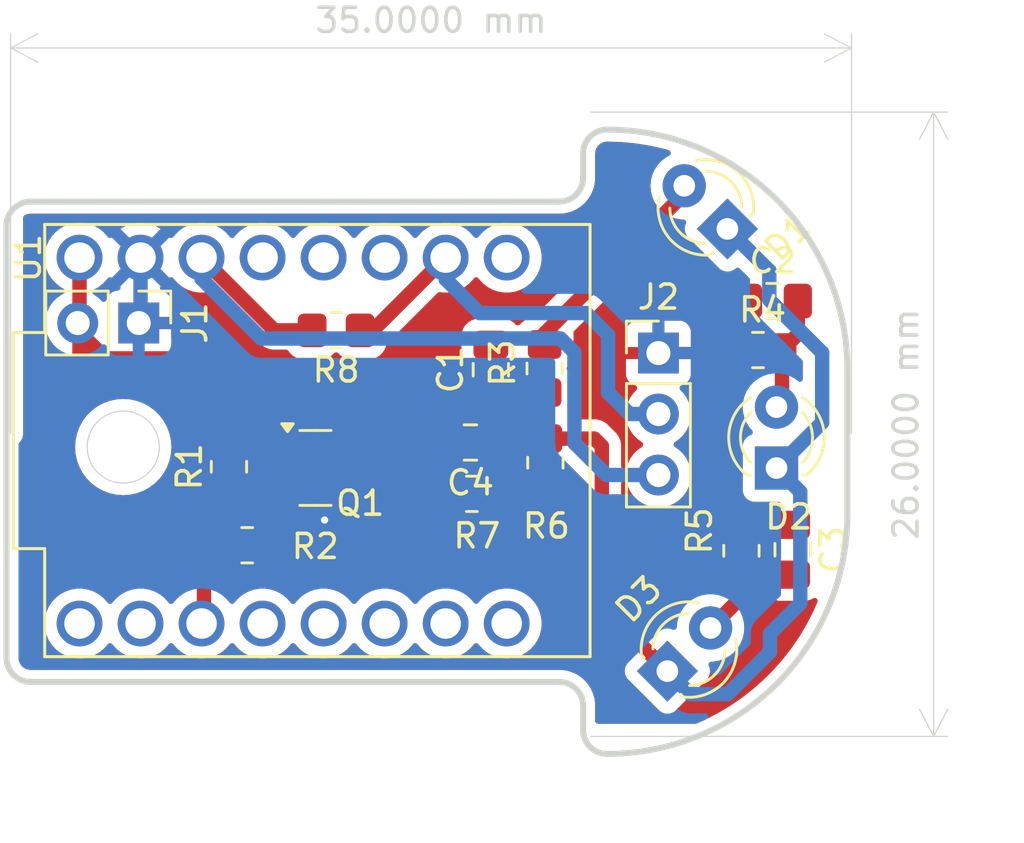
<source format=kicad_pcb>
(kicad_pcb (version 20240108) (generator "pcbnew") (generator_version "8.0")
  (layers (0 "F.Cu" signal) (31 "B.Cu" signal) (34 "B.Paste" user) (35 "F.Paste" user) (36 "B.SilkS" user "B.Silkscreen") (37 "F.SilkS" user "F.Silkscreen") (38 "B.Mask" user) (39 "F.Mask" user) (44 "Edge.Cuts" user))
  (net 0 "")
  (net 1 "Net-(D1-A)")
  (net 2 "Net-(D1-K)")
  (net 3 "Net-(D2-A)")
  (net 4 "Net-(D3-A)")
  (net 5 "5V")
  (net 6 "GND")
  (net 7 "3.3V")
  (net 8 "Net-(J2-Pin_2)")
  (net 9 "Net-(Q1-G)")
  (net 10 "/IR_OUT")
  (net 11 "Net-(C1-Pad1)")
  (net 12 "Net-(C4-Pad1)")
  (footprint "Resistor_SMD:R_0805_2012Metric_Pad1.20x1.40mm_HandSolder" (layer "F.Cu") (at 72.28 44.93 180)
    (property "Reference" "R7" (at -0.21 -1.75 180) (layer "F.SilkS"))
    (property "Value" "0")
    (fp_line (start -0.227064 0.735) (end 0.227064 0.735) (stroke (width 0.12)) (layer "F.SilkS"))
    (fp_line (start -0.227064 -0.735) (end 0.227064 -0.735) (stroke (width 0.12)) (layer "F.SilkS"))
    (pad "1" smd roundrect (at -1 0 180) (size 1.2 1.4) (layers "F.Cu" "F.Paste" "F.Mask") (roundrect_rratio 0.208333) (net 12 "Net-(C4-Pad1)"))
    (pad "2" smd roundrect (at 1 0 180) (size 1.2 1.4) (layers "F.Cu" "F.Paste" "F.Mask") (roundrect_rratio 0.208333) (net 5 "5V"))
  )
  (footprint "Connector_PinHeader_2.54mm:PinHeader_1x03_P2.54mm_Vertical" (layer "F.Cu") (at 80.045 39.065)
    (property "Reference" "J2" (at 0 -2.33 0) (layer "F.SilkS"))
    (property "Value" "DS18B20 [opt]")
    (fp_line (start -1.33 -1.33) (end 0 -1.33) (stroke (width 0.12)) (layer "F.SilkS"))
    (fp_line (start -1.33 0) (end -1.33 -1.33) (stroke (width 0.12)) (layer "F.SilkS"))
    (fp_line (start -1.33 1.27) (end -1.33 6.41) (stroke (width 0.12)) (layer "F.SilkS"))
    (fp_line (start -1.33 1.27) (end 1.33 1.27) (stroke (width 0.12)) (layer "F.SilkS"))
    (fp_line (start -1.33 6.41) (end 1.33 6.41) (stroke (width 0.12)) (layer "F.SilkS"))
    (fp_line (start 1.33 1.27) (end 1.33 6.41) (stroke (width 0.12)) (layer "F.SilkS"))
    (pad "1" thru_hole rect (at 0 0) (size 1.7 1.7) (drill 1) (layers "*.Cu" "*.Mask") (net 6 "GND"))
    (pad "2" thru_hole oval (at 0 2.54) (size 1.7 1.7) (drill 1) (layers "*.Cu" "*.Mask") (net 8 "Net-(J2-Pin_2)"))
    (pad "3" thru_hole oval (at 0 5.08) (size 1.7 1.7) (drill 1) (layers "*.Cu" "*.Mask") (net 7 "3.3V"))
  )
  (footprint "Package_TO_SOT_SMD:SOT-23" (layer "F.Cu") (at 65.77 43.85)
    (property "Reference" "Q1" (at 1.86 1.47 180) (layer "F.SilkS"))
    (property "Value" "DMN2046U")
    (fp_line (start 0 -1.56) (end -0.65 -1.56) (stroke (width 0.12)) (layer "F.SilkS"))
    (fp_line (start 0 -1.56) (end 0.65 -1.56) (stroke (width 0.12)) (layer "F.SilkS"))
    (fp_line (start 0 1.56) (end -0.65 1.56) (stroke (width 0.12)) (layer "F.SilkS"))
    (fp_line (start 0 1.56) (end 0.65 1.56) (stroke (width 0.12)) (layer "F.SilkS"))
    (fp_poly (pts (xy -1.1625 -1.51) (xy -1.4025 -1.84) (xy -0.9225 -1.84) (xy -1.1625 -1.51)) (stroke (width 0.12)) (fill solid) (layer "F.SilkS"))
    (pad "1" smd roundrect (at -0.9375 -0.95) (size 1.475 0.6) (layers "F.Cu" "F.Paste" "F.Mask") (net 9 "Net-(Q1-G)"))
    (pad "2" smd roundrect (at -0.9375 0.95) (size 1.475 0.6) (layers "F.Cu" "F.Paste" "F.Mask") (net 6 "GND"))
    (pad "3" smd roundrect (at 0.9375 0) (size 1.475 0.6) (layers "F.Cu" "F.Paste" "F.Mask") (net 2 "Net-(D1-K)"))
  )
  (footprint "LED_THT:LED_D3.0mm_IRBlack" (layer "F.Cu") (at 84.96 43.855 90)
    (property "Reference" "D2" (at -2.035 0.51 0) (layer "F.SilkS"))
    (property "Value" "HR5P-N4FA-00000")
    (fp_line (start -0.29 -1.236) (end -0.29 -1.08) (stroke (width 0.12)) (layer "F.SilkS"))
    (fp_line (start -0.29 1.08) (end -0.29 1.236) (stroke (width 0.12)) (layer "F.SilkS"))
    (fp_arc (start -0.29 -1.235516) (mid 1.366487 -1.987659) (end 2.942335 -1.078608) (stroke (width 0.12)) (layer "F.SilkS"))
    (fp_arc (start 0.229039 -1.08) (mid 1.270117 -1.5) (end 2.31113 -1.079837) (stroke (width 0.12)) (layer "F.SilkS"))
    (fp_arc (start 2.942335 1.078608) (mid 1.366487 1.987659) (end -0.29 1.235516) (stroke (width 0.12)) (layer "F.SilkS"))
    (fp_arc (start 2.31113 1.079837) (mid 1.270117 1.5) (end 0.229039 1.08) (stroke (width 0.12)) (layer "F.SilkS"))
    (pad "1" thru_hole rect (at 0 0 90) (size 1.8 1.8) (drill 0.9) (layers "*.Cu" "*.Mask") (net 2 "Net-(D1-K)"))
    (pad "2" thru_hole circle (at 2.54 0 90) (size 1.8 1.8) (drill 0.9) (layers "*.Cu" "*.Mask") (net 3 "Net-(D2-A)"))
  )
  (footprint "Resistor_SMD:R_0805_2012Metric_Pad1.20x1.40mm_HandSolder" (layer "F.Cu") (at 66.63 38.12 180)
    (property "Reference" "R8" (at 0 -1.65 180) (layer "F.SilkS"))
    (property "Value" "4.7k")
    (fp_line (start -0.227064 0.735) (end 0.227064 0.735) (stroke (width 0.12)) (layer "F.SilkS"))
    (fp_line (start -0.227064 -0.735) (end 0.227064 -0.735) (stroke (width 0.12)) (layer "F.SilkS"))
    (pad "1" smd roundrect (at -1 0 180) (size 1.2 1.4) (layers "F.Cu" "F.Paste" "F.Mask") (roundrect_rratio 0.208333) (net 8 "Net-(J2-Pin_2)"))
    (pad "2" smd roundrect (at 1 0 180) (size 1.2 1.4) (layers "F.Cu" "F.Paste" "F.Mask") (roundrect_rratio 0.208333) (net 7 "3.3V"))
  )
  (footprint "Capacitor_SMD:C_0805_2012Metric_Pad1.18x1.45mm_HandSolder" (layer "F.Cu") (at 84.81 36.9)
    (property "Reference" "C2" (at 0 -1.68 0) (layer "F.SilkS"))
    (property "Value" "100nF")
    (fp_line (start -0.261252 -0.735) (end 0.261252 -0.735) (stroke (width 0.12)) (layer "F.SilkS"))
    (fp_line (start -0.261252 0.735) (end 0.261252 0.735) (stroke (width 0.12)) (layer "F.SilkS"))
    (pad "1" smd roundrect (at -1.0375 0) (size 1.175 1.45) (layers "F.Cu" "F.Paste" "F.Mask") (roundrect_rratio 0.212766) (net 11 "Net-(C1-Pad1)"))
    (pad "2" smd roundrect (at 1.0375 0) (size 1.175 1.45) (layers "F.Cu" "F.Paste" "F.Mask") (roundrect_rratio 0.212766) (net 3 "Net-(D2-A)"))
  )
  (footprint "Resistor_SMD:R_0805_2012Metric_Pad1.20x1.40mm_HandSolder" (layer "F.Cu") (at 62.93 47.07 180)
    (property "Reference" "R2" (at -2.83 -0.05 180) (layer "F.SilkS"))
    (property "Value" "10k")
    (fp_line (start -0.227064 0.735) (end 0.227064 0.735) (stroke (width 0.12)) (layer "F.SilkS"))
    (fp_line (start -0.227064 -0.735) (end 0.227064 -0.735) (stroke (width 0.12)) (layer "F.SilkS"))
    (pad "1" smd roundrect (at -1 0 180) (size 1.2 1.4) (layers "F.Cu" "F.Paste" "F.Mask") (roundrect_rratio 0.208333) (net 6 "GND"))
    (pad "2" smd roundrect (at 1 0 180) (size 1.2 1.4) (layers "F.Cu" "F.Paste" "F.Mask") (roundrect_rratio 0.208333) (net 10 "/IR_OUT"))
  )
  (footprint "Resistor_SMD:R_0805_2012Metric_Pad1.20x1.40mm_HandSolder" (layer "F.Cu") (at 84.19 38.94 180)
    (property "Reference" "R4" (at -0.19 1.67 180) (layer "F.SilkS"))
    (property "Value" "33")
    (fp_line (start -0.227064 0.735) (end 0.227064 0.735) (stroke (width 0.12)) (layer "F.SilkS"))
    (fp_line (start -0.227064 -0.735) (end 0.227064 -0.735) (stroke (width 0.12)) (layer "F.SilkS"))
    (pad "1" smd roundrect (at -1 0 180) (size 1.2 1.4) (layers "F.Cu" "F.Paste" "F.Mask") (roundrect_rratio 0.208333) (net 3 "Net-(D2-A)"))
    (pad "2" smd roundrect (at 1 0 180) (size 1.2 1.4) (layers "F.Cu" "F.Paste" "F.Mask") (roundrect_rratio 0.208333) (net 11 "Net-(C1-Pad1)"))
  )
  (footprint "Resistor_SMD:R_0805_2012Metric_Pad1.20x1.40mm_HandSolder" (layer "F.Cu") (at 62.17 43.8 90)
    (property "Reference" "R1" (at 0 -1.65 -90) (layer "F.SilkS"))
    (property "Value" "270")
    (fp_line (start -0.227064 -0.735) (end 0.227064 -0.735) (stroke (width 0.12)) (layer "F.SilkS"))
    (fp_line (start -0.227064 0.735) (end 0.227064 0.735) (stroke (width 0.12)) (layer "F.SilkS"))
    (pad "1" smd roundrect (at -1 0 90) (size 1.2 1.4) (layers "F.Cu" "F.Paste" "F.Mask") (roundrect_rratio 0.208333) (net 10 "/IR_OUT"))
    (pad "2" smd roundrect (at 1 0 90) (size 1.2 1.4) (layers "F.Cu" "F.Paste" "F.Mask") (roundrect_rratio 0.208333) (net 9 "Net-(Q1-G)"))
  )
  (footprint "LED_THT:LED_D3.0mm_IRBlack" (layer "F.Cu") (at 82.916051 33.896051 135)
    (property "Reference" "D1" (at -2.03426 1.513209 -135) (layer "F.SilkS"))
    (property "Value" "HR5P-N4FA-00000")
    (fp_line (start -0.29 -1.236) (end -0.29 -1.08) (stroke (width 0.12)) (layer "F.SilkS"))
    (fp_line (start -0.29 1.08) (end -0.29 1.236) (stroke (width 0.12)) (layer "F.SilkS"))
    (fp_arc (start 2.942335 1.078608) (mid 1.366488 1.987659) (end -0.29 1.235516) (stroke (width 0.12)) (layer "F.SilkS"))
    (fp_arc (start 0.229039 -1.08) (mid 1.270118 -1.5) (end 2.31113 -1.079837) (stroke (width 0.12)) (layer "F.SilkS"))
    (fp_arc (start 2.31113 1.079837) (mid 1.270118 1.5) (end 0.229039 1.08) (stroke (width 0.12)) (layer "F.SilkS"))
    (fp_arc (start -0.29 -1.235516) (mid 1.366488 -1.98766) (end 2.942335 -1.078608) (stroke (width 0.12)) (layer "F.SilkS"))
    (pad "1" thru_hole rect (at 0 0 135) (size 1.8 1.8) (drill 0.9) (layers "*.Cu" "*.Mask") (net 2 "Net-(D1-K)"))
    (pad "2" thru_hole circle (at 2.54 0 135) (size 1.8 1.8) (drill 0.9) (layers "*.Cu" "*.Mask") (net 1 "Net-(D1-A)"))
  )
  (footprint "LR:MODULE_ESP32-C3_SUPERMINI" (layer "F.Cu") (at 65.85 42.71 90)
    (property "Reference" "U1" (at 7.6 -12.03 90) (layer "F.SilkS"))
    (property "Value" "ESP32-C3_SUPERMINI")
    (fp_line (start 4.5 -12.65) (end -4.5 -12.65) (stroke (width 0.127)) (layer "F.SilkS"))
    (fp_line (start 4.5 -12.65) (end 4.5 -11.35) (stroke (width 0.127)) (layer "F.SilkS"))
    (fp_line (start -4.5 -12.65) (end -4.5 -11.35) (stroke (width 0.127)) (layer "F.SilkS"))
    (fp_line (start 9 -11.35) (end 4.5 -11.35) (stroke (width 0.127)) (layer "F.SilkS"))
    (fp_line (start -4.5 -11.35) (end -9 -11.35) (stroke (width 0.127)) (layer "F.SilkS"))
    (fp_line (start 9 11.35) (end 9 -11.35) (stroke (width 0.127)) (layer "F.SilkS"))
    (fp_line (start 9 11.35) (end -9 11.35) (stroke (width 0.127)) (layer "F.SilkS"))
    (fp_line (start -9 11.35) (end -9 -11.35) (stroke (width 0.127)) (layer "F.SilkS"))
    (pad "0" thru_hole circle (at 7.62 7.88 90) (size 1.905 1.905) (drill 1.27) (layers "*.Cu" "*.Mask"))
    (pad "1" thru_hole circle (at 7.62 5.34 90) (size 1.905 1.905) (drill 1.27) (layers "*.Cu" "*.Mask") (net 8 "Net-(J2-Pin_2)"))
    (pad "2" thru_hole circle (at 7.62 2.8 90) (size 1.905 1.905) (drill 1.27) (layers "*.Cu" "*.Mask"))
    (pad "3" thru_hole circle (at 7.62 0.26 90) (size 1.905 1.905) (drill 1.27) (layers "*.Cu" "*.Mask"))
    (pad "3.3" thru_hole circle (at 7.62 -4.82 90) (size 1.905 1.905) (drill 1.27) (layers "*.Cu" "*.Mask") (net 7 "3.3V"))
    (pad "4" thru_hole circle (at 7.62 -2.28 90) (size 1.905 1.905) (drill 1.27) (layers "*.Cu" "*.Mask"))
    (pad "5" thru_hole circle (at -7.62 -9.9 90) (size 1.905 1.905) (drill 1.27) (layers "*.Cu" "*.Mask"))
    (pad "5V" thru_hole circle (at 7.62 -9.9 90) (size 1.905 1.905) (drill 1.27) (layers "*.Cu" "*.Mask") (net 5 "5V"))
    (pad "6" thru_hole circle (at -7.62 -7.36 90) (size 1.905 1.905) (drill 1.27) (layers "*.Cu" "*.Mask"))
    (pad "7" thru_hole circle (at -7.62 -4.82 90) (size 1.905 1.905) (drill 1.27) (layers "*.Cu" "*.Mask") (net 10 "/IR_OUT"))
    (pad "8" thru_hole circle (at -7.62 -2.28 90) (size 1.905 1.905) (drill 1.27) (layers "*.Cu" "*.Mask"))
    (pad "9" thru_hole circle (at -7.62 0.26 90) (size 1.905 1.905) (drill 1.27) (layers "*.Cu" "*.Mask"))
    (pad "10" thru_hole circle (at -7.62 2.8 90) (size 1.905 1.905) (drill 1.27) (layers "*.Cu" "*.Mask"))
    (pad "20" thru_hole circle (at -7.62 5.34 90) (size 1.905 1.905) (drill 1.27) (layers "*.Cu" "*.Mask"))
    (pad "21" thru_hole circle (at -7.62 7.88 90) (size 1.905 1.905) (drill 1.27) (layers "*.Cu" "*.Mask"))
    (pad "G" thru_hole circle (at 7.62 -7.36 90) (size 1.905 1.905) (drill 1.27) (layers "*.Cu" "*.Mask") (net 6 "GND"))
  )
  (footprint "Capacitor_SMD:C_0805_2012Metric_Pad1.18x1.45mm_HandSolder" (layer "F.Cu") (at 85.63 47.2575 -90)
    (property "Reference" "C3" (at 0 -1.68 90) (layer "F.SilkS"))
    (property "Value" "100nF")
    (fp_line (start -0.261252 0.735) (end 0.261252 0.735) (stroke (width 0.12)) (layer "F.SilkS"))
    (fp_line (start -0.261252 -0.735) (end 0.261252 -0.735) (stroke (width 0.12)) (layer "F.SilkS"))
    (pad "1" smd roundrect (at -1.0375 0 270) (size 1.175 1.45) (layers "F.Cu" "F.Paste" "F.Mask") (roundrect_rratio 0.212766) (net 11 "Net-(C1-Pad1)"))
    (pad "2" smd roundrect (at 1.0375 0 270) (size 1.175 1.45) (layers "F.Cu" "F.Paste" "F.Mask") (roundrect_rratio 0.212766) (net 4 "Net-(D3-A)"))
  )
  (footprint "Resistor_SMD:R_0805_2012Metric_Pad1.20x1.40mm_HandSolder" (layer "F.Cu") (at 83.5 47.3 90)
    (property "Reference" "R5" (at 0.83 -1.75 -90) (layer "F.SilkS"))
    (property "Value" "33")
    (fp_line (start -0.227064 -0.735) (end 0.227064 -0.735) (stroke (width 0.12)) (layer "F.SilkS"))
    (fp_line (start -0.227064 0.735) (end 0.227064 0.735) (stroke (width 0.12)) (layer "F.SilkS"))
    (pad "1" smd roundrect (at -1 0 90) (size 1.2 1.4) (layers "F.Cu" "F.Paste" "F.Mask") (roundrect_rratio 0.208333) (net 4 "Net-(D3-A)"))
    (pad "2" smd roundrect (at 1 0 90) (size 1.2 1.4) (layers "F.Cu" "F.Paste" "F.Mask") (roundrect_rratio 0.208333) (net 11 "Net-(C1-Pad1)"))
  )
  (footprint "Capacitor_SMD:C_0805_2012Metric_Pad1.18x1.45mm_HandSolder" (layer "F.Cu") (at 73.07 39.76 90)
    (property "Reference" "C1" (at 0 -1.679999 -90) (layer "F.SilkS"))
    (property "Value" "100nF")
    (fp_line (start -0.261253 -0.735) (end 0.261253 -0.735) (stroke (width 0.12)) (layer "F.SilkS"))
    (fp_line (start -0.261253 0.735) (end 0.261253 0.735) (stroke (width 0.12)) (layer "F.SilkS"))
    (pad "1" smd roundrect (at -1.0375 0 90) (size 1.175 1.45) (layers "F.Cu" "F.Paste" "F.Mask") (roundrect_rratio 0.212766) (net 11 "Net-(C1-Pad1)"))
    (pad "2" smd roundrect (at 1.0375 0 90) (size 1.175 1.45) (layers "F.Cu" "F.Paste" "F.Mask") (roundrect_rratio 0.212766) (net 1 "Net-(D1-A)"))
  )
  (footprint "Capacitor_SMD:C_0805_2012Metric_Pad1.18x1.45mm_HandSolder" (layer "F.Cu") (at 72.22 42.79 180)
    (property "Reference" "C4" (at 0 -1.68 180) (layer "F.SilkS"))
    (property "Value" "100nF")
    (fp_line (start -0.261252 0.735) (end 0.261252 0.735) (stroke (width 0.12)) (layer "F.SilkS"))
    (fp_line (start -0.261252 -0.735) (end 0.261252 -0.735) (stroke (width 0.12)) (layer "F.SilkS"))
    (pad "1" smd roundrect (at -1.0375 0 180) (size 1.175 1.45) (layers "F.Cu" "F.Paste" "F.Mask") (roundrect_rratio 0.212766) (net 12 "Net-(C4-Pad1)"))
    (pad "2" smd roundrect (at 1.0375 0 180) (size 1.175 1.45) (layers "F.Cu" "F.Paste" "F.Mask") (roundrect_rratio 0.212766) (net 11 "Net-(C1-Pad1)"))
  )
  (footprint "Resistor_SMD:R_0805_2012Metric_Pad1.20x1.40mm_HandSolder" (layer "F.Cu") (at 75.34 43.63 -90)
    (property "Reference" "R6" (at 2.64 -0.04 180) (layer "F.SilkS"))
    (property "Value" "2")
    (fp_line (start -0.227064 0.735) (end 0.227064 0.735) (stroke (width 0.12)) (layer "F.SilkS"))
    (fp_line (start -0.227064 -0.735) (end 0.227064 -0.735) (stroke (width 0.12)) (layer "F.SilkS"))
    (pad "1" smd roundrect (at -1 0 270) (size 1.2 1.4) (layers "F.Cu" "F.Paste" "F.Mask") (roundrect_rratio 0.208333) (net 11 "Net-(C1-Pad1)"))
    (pad "2" smd roundrect (at 1 0 270) (size 1.2 1.4) (layers "F.Cu" "F.Paste" "F.Mask") (roundrect_rratio 0.208333) (net 12 "Net-(C4-Pad1)"))
  )
  (footprint "Connector_PinHeader_2.54mm:PinHeader_1x02_P2.54mm_Vertical" (layer "F.Cu") (at 58.415 37.815 -90)
    (property "Reference" "J1" (at 0 -2.33 -90) (layer "F.SilkS"))
    (property "Value" "PWR")
    (fp_line (start -1.33 3.87) (end 1.33 3.87) (stroke (width 0.12)) (layer "F.SilkS"))
    (fp_line (start -1.33 1.27) (end -1.33 3.87) (stroke (width 0.12)) (layer "F.SilkS"))
    (fp_line (start -1.33 1.27) (end 1.33 1.27) (stroke (width 0.12)) (layer "F.SilkS"))
    (fp_line (start 1.33 1.27) (end 1.33 3.87) (stroke (width 0.12)) (layer "F.SilkS"))
    (fp_line (start -1.33 0) (end -1.33 -1.33) (stroke (width 0.12)) (layer "F.SilkS"))
    (fp_line (start -1.33 -1.33) (end 0 -1.33) (stroke (width 0.12)) (layer "F.SilkS"))
    (pad "1" thru_hole rect (at 0 0 270) (size 1.7 1.7) (drill 1) (layers "*.Cu" "*.Mask") (net 6 "GND"))
    (pad "2" thru_hole oval (at 0 2.54 270) (size 1.7 1.7) (drill 1) (layers "*.Cu" "*.Mask") (net 5 "5V"))
  )
  (footprint "Resistor_SMD:R_0805_2012Metric_Pad1.20x1.40mm_HandSolder" (layer "F.Cu") (at 75.31 39.71 -90)
    (property "Reference" "R3" (at -0.23 1.75 90) (layer "F.SilkS"))
    (property "Value" "33")
    (fp_line (start -0.227064 0.735) (end 0.227064 0.735) (stroke (width 0.12)) (layer "F.SilkS"))
    (fp_line (start -0.227064 -0.735) (end 0.227064 -0.735) (stroke (width 0.12)) (layer "F.SilkS"))
    (pad "1" smd roundrect (at -1 0 270) (size 1.2 1.4) (layers "F.Cu" "F.Paste" "F.Mask") (roundrect_rratio 0.208333) (net 1 "Net-(D1-A)"))
    (pad "2" smd roundrect (at 1 0 270) (size 1.2 1.4) (layers "F.Cu" "F.Paste" "F.Mask") (roundrect_rratio 0.208333) (net 11 "Net-(C1-Pad1)"))
  )
  (footprint "LED_THT:LED_D3.0mm_IRBlack" (layer "F.Cu") (at 80.418439 52.311562 45)
    (property "Reference" "D3" (at 1.270001 -2.96 45) (layer "F.SilkS"))
    (property "Value" "HR5P-N4FA-00000")
    (fp_line (start -0.29 -1.236) (end -0.290001 -1.08) (stroke (width 0.12)) (layer "F.SilkS"))
    (fp_line (start -0.29 1.08) (end -0.29 1.236) (stroke (width 0.12)) (layer "F.SilkS"))
    (fp_arc (start -0.290001 -1.235516) (mid 1.366487 -1.98766) (end 2.942335 -1.078608) (stroke (width 0.12)) (layer "F.SilkS"))
    (fp_arc (start 0.229039 -1.080001) (mid 1.270118 -1.500001) (end 2.31113 -1.079836) (stroke (width 0.12)) (layer "F.SilkS"))
    (fp_arc (start 2.31113 1.079837) (mid 1.270118 1.5) (end 0.229038 1.08) (stroke (width 0.12)) (layer "F.SilkS"))
    (fp_arc (start 2.942335 1.078608) (mid 1.366488 1.987659) (end -0.29 1.235516) (stroke (width 0.12)) (layer "F.SilkS"))
    (pad "1" thru_hole rect (at 0 0 45) (size 1.8 1.8) (drill 0.9) (layers "*.Cu" "*.Mask") (net 2 "Net-(D1-K)"))
    (pad "2" thru_hole circle (at 2.54 0 45) (size 1.8 1.8) (drill 0.9) (layers "*.Cu" "*.Mask") (net 4 "Net-(D3-A)"))
  )
  (gr_line (start 87.91 39.76) (end 87.91 45.76) (stroke (width 0.25)) (layer "Edge.Cuts"))
  (gr_line (start 75.91 32.76) (end 53.91 32.76) (stroke (width 0.25)) (layer "Edge.Cuts"))
  (gr_line (start 52.91 51.76) (end 52.91 33.76) (stroke (width 0.25)) (layer "Edge.Cuts"))
  (gr_arc (start 77.91 55.76) (mid 77.202893 55.467107) (end 76.91 54.76) (stroke (width 0.25)) (layer "Edge.Cuts"))
  (gr_arc (start 77.91 29.76) (mid 84.981068 32.688932) (end 87.91 39.76) (stroke (width 0.25)) (layer "Edge.Cuts"))
  (gr_circle (center 57.77 42.98) (end 59.27 42.98) (stroke (width 0.05)) (fill none) (layer "Edge.Cuts"))
  (gr_line (start 76.91 30.76) (end 76.91 31.76) (stroke (width 0.25)) (layer "Edge.Cuts"))
  (gr_arc (start 53.91 52.76) (mid 53.202893 52.467107) (end 52.91 51.76) (stroke (width 0.25)) (layer "Edge.Cuts"))
  (gr_arc (start 75.91 52.76) (mid 76.617107 53.052893) (end 76.91 53.76) (stroke (width 0.25)) (layer "Edge.Cuts"))
  (gr_arc (start 76.91 31.76) (mid 76.617107 32.467107) (end 75.91 32.76) (stroke (width 0.25)) (layer "Edge.Cuts"))
  (gr_line (start 76.91 54.76) (end 76.91 53.76) (stroke (width 0.25)) (layer "Edge.Cuts"))
  (gr_arc (start 52.91 33.76) (mid 53.202893 33.052893) (end 53.91 32.76) (stroke (width 0.25)) (layer "Edge.Cuts"))
  (gr_line (start 75.91 52.76) (end 53.91 52.76) (stroke (width 0.25)) (layer "Edge.Cuts"))
  (gr_arc (start 87.91 45.76) (mid 84.981068 52.831068) (end 77.91 55.76) (stroke (width 0.25)) (layer "Edge.Cuts"))
  (gr_arc (start 76.91 30.76) (mid 77.202893 30.052893) (end 77.91 29.76) (stroke (width 0.25)) (layer "Edge.Cuts"))
  (dimension (type aligned) (layer "Edge.Cuts") (pts (xy 88.08 42.91) (xy 53.08 42.91)) (height 16.55) (gr_text "35.0000 mm" (at 70.58 25.21 0) (layer "Edge.Cuts") (effects (font (size 1 1) (thickness 0.15)))) (format (prefix "") (suffix "") (units 3) (units_format 1) (precision 4)) (style (thickness 0.05) (arrow_length 1.27) (text_position_mode 0) (extension_height 0.58642) (extension_offset 0.5) keep_text_aligned))
  (dimension (type aligned) (layer "Edge.Cuts") (pts (xy 76.73 29.03) (xy 76.73 55.03)) (height -14.77) (gr_text "26.0000 mm" (at 90.35 42.03 90) (layer "Edge.Cuts") (effects (font (size 1 1) (thickness 0.15)))) (format (prefix "") (suffix "") (units 3) (units_format 1) (precision 4)) (style (thickness 0.05) (arrow_length 1.27) (text_position_mode 0) (extension_height 0.58642) (extension_offset 0.5) keep_text_aligned))
  (segment (start 81.01551 32.53551) (end 75.31 38.24102) (width 0.6) (layer "F.Cu") (net 1))
  (segment (start 75.31 38.24102) (end 75.31 38.71) (width 0.6) (layer "F.Cu") (net 1))
  (segment (start 70.95 47.94) (end 69.47 46.46) (width 0.6) (layer "F.Cu") (net 2))
  (segment (start 69.47 46.46) (end 69.47 44.62) (width 0.6) (layer "F.Cu") (net 2))
  (segment (start 80.418439 52.311562) (end 76.046877 47.94) (width 0.6) (layer "F.Cu") (net 2))
  (segment (start 69.47 44.62) (end 68.7 43.85) (width 0.6) (layer "F.Cu") (net 2))
  (segment (start 76.046877 47.94) (end 70.95 47.94) (width 0.6) (layer "F.Cu") (net 2))
  (segment (start 68.7 43.85) (end 66.7075 43.85) (width 0.6) (layer "F.Cu") (net 2))
  (segment (start 86.86 39.05) (end 84.66 36.85) (width 0.6) (layer "B.Cu") (net 2))
  (segment (start 84.69 51.51) (end 82.93 53.27) (width 0.6) (layer "B.Cu") (net 2))
  (segment (start 82.93 53.27) (end 81.376877 53.27) (width 0.6) (layer "B.Cu") (net 2))
  (segment (start 85.95 49.49) (end 84.69 50.75) (width 0.6) (layer "B.Cu") (net 2))
  (segment (start 85.95 44.845) (end 85.95 49.49) (width 0.6) (layer "B.Cu") (net 2))
  (segment (start 84.69 50.75) (end 84.69 51.51) (width 0.6) (layer "B.Cu") (net 2))
  (segment (start 84.96 43.855) (end 85.95 44.845) (width 0.6) (layer "B.Cu") (net 2))
  (segment (start 84.96 43.855) (end 86.86 41.955) (width 0.6) (layer "B.Cu") (net 2))
  (segment (start 86.86 41.955) (end 86.86 39.05) (width 0.6) (layer "B.Cu") (net 2))
  (segment (start 81.376877 53.27) (end 80.418439 52.311562) (width 0.6) (layer "B.Cu") (net 2))
  (segment (start 84.66 35.63) (end 84.65 35.63) (width 0.6) (layer "B.Cu") (net 2))
  (segment (start 84.66 36.85) (end 84.66 35.63) (width 0.6) (layer "B.Cu") (net 2))
  (segment (start 84.65 35.63) (end 82.916051 33.896051) (width 0.6) (layer "B.Cu") (net 2))
  (segment (start 85.19 41.085) (end 84.96 41.315) (width 0.6) (layer "F.Cu") (net 3))
  (segment (start 85.8475 36.9) (end 85.8475 38.2825) (width 0.6) (layer "F.Cu") (net 3))
  (segment (start 85.19 38.94) (end 85.19 41.085) (width 0.6) (layer "F.Cu") (net 3))
  (segment (start 85.8475 38.2825) (end 85.19 38.94) (width 0.6) (layer "F.Cu") (net 3))
  (segment (start 83.5 48.3) (end 83.5 49.230001) (width 0.6) (layer "F.Cu") (net 4))
  (segment (start 85.625 48.3) (end 85.63 48.295) (width 0.6) (layer "F.Cu") (net 4))
  (segment (start 82.21449 50.515511) (end 82.744489 50.515511) (width 0.6) (layer "F.Cu") (net 4))
  (segment (start 83.5 48.3) (end 85.625 48.3) (width 0.6) (layer "F.Cu") (net 4))
  (segment (start 83.5 49.230001) (end 82.21449 50.515511) (width 0.6) (layer "F.Cu") (net 4))
  (segment (start 71.052792 44.93) (end 66.752792 40.63) (width 0.6) (layer "F.Cu") (net 5))
  (segment (start 60.15 39.29) (end 56.197919 39.29) (width 0.6) (layer "F.Cu") (net 5))
  (segment (start 60.15 39.29) (end 57.04 39.29) (width 0.6) (layer "F.Cu") (net 5))
  (segment (start 55.95 39.042081) (end 55.95 37.84) (width 0.6) (layer "F.Cu") (net 5))
  (segment (start 66.752792 40.63) (end 61.49 40.63) (width 0.6) (layer "F.Cu") (net 5))
  (segment (start 56.197919 39.29) (end 55.95 39.042081) (width 0.6) (layer "F.Cu") (net 5))
  (segment (start 55.95 38.2) (end 55.95 35.09) (width 0.6) (layer "F.Cu") (net 5))
  (segment (start 61.49 40.63) (end 60.15 39.29) (width 0.6) (layer "F.Cu") (net 5))
  (segment (start 57.04 39.29) (end 55.95 38.2) (width 0.6) (layer "F.Cu") (net 5))
  (segment (start 71.28 44.93) (end 71.052792 44.93) (width 0.6) (layer "F.Cu") (net 5))
  (segment (start 71.30099 44.64) (end 71.31 44.64) (width 0.6) (layer "F.Cu") (net 5))
  (segment (start 64.52 45.1125) (end 64.8325 44.8) (width 0.6) (layer "F.Cu") (net 6))
  (segment (start 64.52 46.2) (end 64.52 45.1125) (width 0.6) (layer "F.Cu") (net 6))
  (segment (start 63.93 46.79) (end 64.52 46.2) (width 0.6) (layer "F.Cu") (net 6))
  (segment (start 64.93 44.8) (end 66.15 46.02) (width 0.6) (layer "F.Cu") (net 6))
  (segment (start 64.8325 44.8) (end 64.93 44.8) (width 0.6) (layer "F.Cu") (net 6))
  (segment (start 63.93 47.07) (end 63.93 46.79) (width 0.6) (layer "F.Cu") (net 6))
  (via (at 66.15 46.02) (size 0.5) (drill 0.3) (layers "F.Cu" "B.Cu") (net 6))
  (segment (start 58.49 37.84) (end 58.49 35.09) (width 0.6) (layer "B.Cu") (net 6))
  (segment (start 65.63 38.12) (end 64.06 38.12) (width 0.6) (layer "F.Cu") (net 7))
  (segment (start 64.06 38.12) (end 61.03 35.09) (width 0.6) (layer "F.Cu") (net 7))
  (segment (start 61.03 35.97) (end 61.03 35.09) (width 0.6) (layer "B.Cu") (net 7))
  (segment (start 80.045 44.145) (end 77.885 44.145) (width 0.6) (layer "B.Cu") (net 7))
  (segment (start 76.55 42.81) (end 76.55 39.04) (width 0.6) (layer "B.Cu") (net 7))
  (segment (start 76.55 39.04) (end 75.97 38.46) (width 0.6) (layer "B.Cu") (net 7))
  (segment (start 75.97 38.46) (end 63.52 38.46) (width 0.6) (layer "B.Cu") (net 7))
  (segment (start 63.52 38.46) (end 61.03 35.97) (width 0.6) (layer "B.Cu") (net 7))
  (segment (start 77.885 44.145) (end 76.55 42.81) (width 0.6) (layer "B.Cu") (net 7))
  (segment (start 67.63 38.12) (end 68.16 38.12) (width 0.6) (layer "F.Cu") (net 8))
  (segment (start 68.16 38.12) (end 71.19 35.09) (width 0.6) (layer "F.Cu") (net 8))
  (segment (start 77.95 38.31) (end 77.04 37.4) (width 0.6) (layer "B.Cu") (net 8))
  (segment (start 77.04 37.4) (end 72.6 37.4) (width 0.6) (layer "B.Cu") (net 8))
  (segment (start 80.045 41.605) (end 78.842919 41.605) (width 0.6) (layer "B.Cu") (net 8))
  (segment (start 71.19 35.99) (end 71.19 35.09) (width 0.6) (layer "B.Cu") (net 8))
  (segment (start 72.6 37.4) (end 71.19 35.99) (width 0.6) (layer "B.Cu") (net 8))
  (segment (start 77.95 40.712081) (end 77.95 38.31) (width 0.6) (layer "B.Cu") (net 8))
  (segment (start 78.842919 41.605) (end 77.95 40.712081) (width 0.6) (layer "B.Cu") (net 8))
  (segment (start 62.27 42.9) (end 62.17 42.8) (width 0.6) (layer "F.Cu") (net 9))
  (segment (start 64.8325 42.9) (end 62.27 42.9) (width 0.6) (layer "F.Cu") (net 9))
  (segment (start 61.13 47.87) (end 61.13 50.23) (width 0.6) (layer "F.Cu") (net 10))
  (segment (start 62.17 44.8) (end 62.17 46.83) (width 0.6) (layer "F.Cu") (net 10))
  (segment (start 61.13 50.23) (end 61.03 50.33) (width 0.6) (layer "F.Cu") (net 10))
  (segment (start 61.93 47.07) (end 61.13 47.87) (width 0.6) (layer "F.Cu") (net 10))
  (segment (start 62.17 46.83) (end 61.93 47.07) (width 0.6) (layer "F.Cu") (net 10))
  (segment (start 78.46 46.57) (end 81.68 46.57) (width 0.6) (layer "F.Cu") (net 11))
  (segment (start 81.73 46.62) (end 82.05 46.3) (width 0.6) (layer "F.Cu") (net 11))
  (segment (start 75.31 40.71) (end 75.31 42.6) (width 0.6) (layer "F.Cu") (net 11))
  (segment (start 77.69 42.94) (end 77.38 42.63) (width 0.6) (layer "F.Cu") (net 11))
  (segment (start 83.7725 36.9) (end 83.7725 38.3575) (width 0.6) (layer "F.Cu") (net 11))
  (segment (start 75.31 42.6) (end 75.34 42.63) (width 0.6) (layer "F.Cu") (net 11))
  (segment (start 83.7725 38.3575) (end 83.19 38.94) (width 0.6) (layer "F.Cu") (net 11))
  (segment (start 82.05 46.3) (end 83.5 46.3) (width 0.6) (layer "F.Cu") (net 11))
  (segment (start 83.58 46.22) (end 83.5 46.3) (width 0.6) (layer "F.Cu") (net 11))
  (segment (start 85.63 46.22) (end 83.58 46.22) (width 0.6) (layer "F.Cu") (net 11))
  (segment (start 71.1825 42.79) (end 71.1825 41.4075) (width 0.6) (layer "F.Cu") (net 11))
  (segment (start 83.19 45.085) (end 83.5 45.395) (width 0.6) (layer "F.Cu") (net 11))
  (segment (start 83.5 45.395) (end 83.5 46.3) (width 0.6) (layer "F.Cu") (net 11))
  (segment (start 77.69 45.8) (end 77.69 42.94) (width 0.6) (layer "F.Cu") (net 11))
  (segment (start 78.46 46.57) (end 77.69 45.8) (width 0.6) (layer "F.Cu") (net 11))
  (segment (start 71.7925 40.7975) (end 73.07 40.7975) (width 0.6) (layer "F.Cu") (net 11))
  (segment (start 83.19 45.085) (end 83.19 38.94) (width 0.6) (layer "F.Cu") (net 11))
  (segment (start 81.68 46.57) (end 81.73 46.62) (width 0.6) (layer "F.Cu") (net 11))
  (segment (start 77.38 42.63) (end 75.34 42.63) (width 0.6) (layer "F.Cu") (net 11))
  (segment (start 71.1825 41.4075) (end 71.7925 40.7975) (width 0.6) (layer "F.Cu") (net 11))
  (segment (start 73.2575 42.79) (end 73.2575 44.9075) (width 0.6) (layer "F.Cu") (net 12))
  (segment (start 75.33 44.64) (end 75.34 44.63) (width 0.6) (layer "F.Cu") (net 12))
  (segment (start 73.2575 44.9075) (end 73.28 44.93) (width 0.6) (layer "F.Cu") (net 12))
  (segment (start 73.31 44.64) (end 75.33 44.64) (width 0.6) (layer "F.Cu") (net 12))
  (zone (net 6) (net_name "GND") (layers "F&B.Cu") (connect_pads (clearance 0.5)) (min_thickness 0.25) (fill yes (thermal_gap 0.5) (thermal_bridge_width 0.5))
    (polygon (pts (xy 52.64 28.67) (xy 88.72 28.67) (xy 88.89 28.84) (xy 88.89 57.34) (xy 52.85 57.34) (xy 52.64 57.13) (xy 52.64 28.79) (xy 52.72 28.71) (xy 52.68 28.71)))
  )
)
</source>
